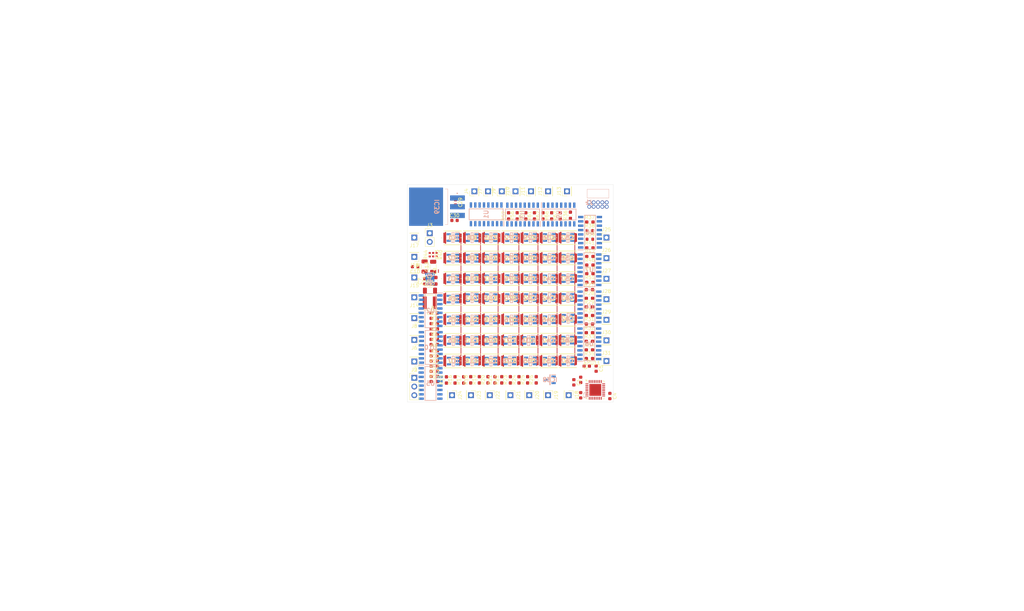
<source format=kicad_pcb>
(kicad_pcb (version 20240108) (generator "pcbnew") (generator_version "8.0")
  (layers (0 "F.Cu" signal) (1 "In1.Cu" signal) (2 "In2.Cu" signal) (31 "B.Cu" signal) (34 "B.Paste" user) (35 "F.Paste" user) (36 "B.SilkS" user "B.Silkscreen") (37 "F.SilkS" user "F.Silkscreen") (38 "B.Mask" user) (39 "F.Mask" user) (44 "Edge.Cuts" user))
  (net 0 "")
  (net 1 "Net-(IC38-~{RESET})")
  (net 2 "GND")
  (net 3 "+3V3")
  (net 4 "+5V")
  (net 5 "Net-(IC40-CAP)")
  (net 6 "Net-(IC40-VAUX)")
  (net 7 "-3V3")
  (net 8 "Net-(IC40-SW)")
  (net 9 "Net-(IC40-CP)")
  (net 10 "Net-(D1-K_1)")
  (net 11 "Net-(D2-K_1)")
  (net 12 "Net-(D3-K_1)")
  (net 13 "Net-(D4-K_1)")
  (net 14 "Net-(D5-K_1)")
  (net 15 "Net-(D6-K_1)")
  (net 16 "Net-(D7-K_1)")
  (net 17 "Net-(D8-K_1)")
  (net 18 "Net-(D9-K_1)")
  (net 19 "Net-(D10-K_1)")
  (net 20 "Net-(D11-K_1)")
  (net 21 "Net-(D12-K_1)")
  (net 22 "Net-(D13-K_1)")
  (net 23 "Net-(D14-K_1)")
  (net 24 "Net-(D15-K_1)")
  (net 25 "Net-(D16-K_1)")
  (net 26 "Net-(D17-K_1)")
  (net 27 "Net-(D18-K_1)")
  (net 28 "Net-(D19-K_1)")
  (net 29 "Net-(D20-K_1)")
  (net 30 "Net-(D21-K_1)")
  (net 31 "Net-(D22-K_1)")
  (net 32 "Net-(D23-K_1)")
  (net 33 "Net-(D24-K_1)")
  (net 34 "Net-(D25-K_1)")
  (net 35 "Net-(D26-K_1)")
  (net 36 "Net-(D27-K_1)")
  (net 37 "Net-(D28-K_1)")
  (net 38 "Net-(D29-K_1)")
  (net 39 "Net-(D30-K_1)")
  (net 40 "Net-(D31-K_1)")
  (net 41 "Net-(D32-K_1)")
  (net 42 "Net-(D33-K_1)")
  (net 43 "Net-(D34-K_1)")
  (net 44 "Net-(D35-K_1)")
  (net 45 "Net-(D36-K_1)")
  (net 46 "Net-(D37-K_1)")
  (net 47 "Net-(D41-K_1)")
  (net 48 "Net-(D42-K_1)")
  (net 49 "Net-(D46-K_1)")
  (net 50 "Net-(D47-K_1)")
  (net 51 "Net-(D51-K_1)")
  (net 52 "Net-(D52-K_1)")
  (net 53 "Net-(D56-K_1)")
  (net 54 "Net-(D57-K_1)")
  (net 55 "Net-(D61-K_1)")
  (net 56 "Net-(D62-K_1)")
  (net 57 "Net-(D66-K_1)")
  (net 58 "Net-(D67-K_1)")
  (net 59 "PD_1_VOUT")
  (net 60 "PD_2_VOUT")
  (net 61 "PD_3_VOUT")
  (net 62 "PD_4_VOUT")
  (net 63 "PD_5_VOUT")
  (net 64 "PD_6_VOUT")
  (net 65 "PD_7_VOUT")
  (net 66 "PD_8_VOUT")
  (net 67 "PD_9_VOUT")
  (net 68 "PD_10_VOUT")
  (net 69 "PD_11_VOUT")
  (net 70 "PD_12_VOUT")
  (net 71 "PD_13_VOUT")
  (net 72 "PD_14_VOUT")
  (net 73 "PD_15_VOUT")
  (net 74 "PD_16_VOUT")
  (net 75 "PD_17_VOUT")
  (net 76 "PD_18_VOUT")
  (net 77 "PD_19_VOUT")
  (net 78 "PD_20_VOUT")
  (net 79 "PD_21_VOUT")
  (net 80 "PD_22_VOUT")
  (net 81 "PD_23_VOUT")
  (net 82 "PD_24_VOUT")
  (net 83 "PD_25_VOUT")
  (net 84 "PD_26_VOUT")
  (net 85 "PD_27_VOUT")
  (net 86 "PD_28_VOUT")
  (net 87 "PD_29_VOUT")
  (net 88 "PD_30_VOUT")
  (net 89 "PD_31_VOUT")
  (net 90 "PD_32_VOUT")
  (net 91 "PD_33_VOUT")
  (net 92 "PD_34_VOUT")
  (net 93 "PD_35_VOUT")
  (net 94 "PD_36_VOUT")
  (net 95 "PD_43_VOUT")
  (net 96 "Net-(IC40-VREF)")
  (net 97 "Net-(IC40-FB)")
  (net 98 "Net-(IC40-PG)")
  (net 99 "PD_37_VOUT")
  (net 100 "PD_44_VOUT")
  (net 101 "PD_38_VOUT")
  (net 102 "PD_45_VOUT")
  (net 103 "PD_39_VOUT")
  (net 104 "PD_46_VOUT")
  (net 105 "PD_40_VOUT")
  (net 106 "PD_47_VOUT")
  (net 107 "PD_41_VOUT")
  (net 108 "PD_48_VOUT")
  (net 109 "PD_42_VOUT")
  (net 110 "PD_49_VOUT")
  (net 112 "SWD_SWCLK")
  (net 114 "SWD_SWDIO")
  (net 116 "SWD_RST")
  (net 119 "UART_RX")
  (net 120 "UART_TX")
  (net 121 "PD_64_VOUT")
  (net 122 "PD_71_VOUT")
  (net 123 "PD_72_VOUT")
  (net 124 "PD_65_VOUT")
  (net 125 "PD_73_VOUT")
  (net 126 "PD_66_VOUT")
  (net 127 "PD_67_VOUT")
  (net 128 "PD_68_VOUT")
  (net 129 "PD_69_VOUT")
  (net 130 "PD_70_VOUT")
  (net 131 "PD_74_VOUT")
  (net 132 "PD_75_VOUT")
  (net 133 "PD_76_VOUT")
  (net 134 "PD_77_VOUT")
  (net 135 "PD_57_VOUT")
  (net 136 "PD_58_VOUT")
  (net 137 "PD_59_VOUT")
  (net 138 "PD_60_VOUT")
  (net 139 "PD_61_VOUT")
  (net 140 "PD_62_VOUT")
  (net 141 "PD_63_VOUT")
  (net 142 "PD_50_VOUT")
  (net 143 "PD_51_VOUT")
  (net 144 "PD_52_VOUT")
  (net 145 "PD_53_VOUT")
  (net 146 "PD_54_VOUT")
  (net 147 "PD_55_VOUT")
  (net 148 "PD_56_VOUT")
  (net 149 "MOSI")
  (net 150 "ADC_B_SS")
  (net 151 "SCK")
  (net 152 "MISO")
  (net 153 "ADC_C_SS")
  (net 154 "ADC_D_SS")
  (net 155 "ADC_E_SS")
  (net 156 "ADC_A_SS")
  (net 157 "ADC_F_SS")
  (net 158 "ADC_G_SS")
  (net 159 "ADC_H_SS")
  (net 160 "ADC_I_SS")
  (net 162 "ADC_J_SS")
  (footprint "SFH_2240_A01:SFH2240A01" (layer "F.Cu") (at 107.748612 73.221568)
    (property "Reference" "D61")
    (property "Value" "SFH_2240_A01" (hide yes))
  )
  (footprint "Resistor_SMD:R_0603_1608Metric_Pad0.98x0.95mm_HandSolder" (layer "F.Cu") (at 105.54 49.175 90)
    (property "Reference" "R67")
    (property "Value" "430K")
  )
  (footprint "SFH_2240_A01:SFH2240A01" (layer "F.Cu") (at 107.732059 79.322645)
    (property "Reference" "D62")
    (property "Value" "SFH_2240_A01" (hide yes))
  )
  (footprint "SFH_2240_A01:SFH2240A01" (layer "F.Cu") (at 96.657375 67.471331)
    (property "Reference" "D31")
    (property "Value" "SFH_2240_A01" (hide yes))
  )
  (footprint "SFH_2240_A01:SFH2240A01" (layer "F.Cu") (at 102.232536 67.45722)
    (property "Reference" "D41")
    (property "Value" "SFH_2240_A01" (hide yes))
  )
  (footprint "Capacitor_SMD:C_0805_2012Metric" (layer "F.Cu") (at 67.55 68.1 90)
    (property "Reference" "C14")
    (property "Value" "22uF")
  )
  (footprint "Resistor_SMD:R_0603_1608Metric_Pad0.98x0.95mm_HandSolder" (layer "F.Cu") (at 91 97 90)
    (property "Reference" "R23")
    (property "Value" "430K")
  )
  (footprint "Connector_PinHeader_2.54mm:PinHeader_1x01_P2.54mm_Vertical" (layer "F.Cu") (at 63 85.35 180)
    (property "Reference" "J6")
    (property "Value" "Conn_01x01")
  )
  (footprint "SFH_2240_A01:SFH2240A01" (layer "F.Cu") (at 96.657375 73.271331)
    (property "Reference" "D32")
    (property "Value" "SFH_2240_A01" (hide yes))
  )
  (footprint "Resistor_SMD:R_0603_1608Metric_Pad0.98x0.95mm_HandSolder" (layer "F.Cu") (at 68.825 91.5)
    (property "Reference" "R10")
    (property "Value" "430K")
  )
  (footprint "SFH_2240_A01:SFH2240A01" (layer "F.Cu") (at 107.732059 85.422645)
    (property "Reference" "D66")
    (property "Value" "SFH_2240_A01" (hide yes))
  )
  (footprint "SFH_2240_A01:SFH2240A01" (layer "F.Cu") (at 79.780991 91.460298)
    (property "Reference" "D14")
    (property "Value" "SFH_2240_A01" (hide yes))
  )
  (footprint "Resistor_SMD:R_0603_1608Metric_Pad0.98x0.95mm_HandSolder" (layer "F.Cu") (at 114.175 66.03)
    (property "Reference" "R47")
    (property "Value" "430K")
  )
  (footprint "Resistor_SMD:R_0603_1608Metric" (layer "F.Cu") (at 114.175 53.48)
    (property "Reference" "R38")
    (property "Value" "33K")
  )
  (footprint "SFH_2240_A01:SFH2240A01" (layer "F.Cu") (at 107.748612 61.421568)
    (property "Reference" "D56")
    (property "Value" "SFH_2240_A01" (hide yes))
  )
  (footprint "Resistor_SMD:R_0603_1608Metric_Pad0.98x0.95mm_HandSolder" (layer "F.Cu") (at 96.02 97 90)
    (property "Reference" "R25")
    (property "Value" "430K")
  )
  (footprint "Connector_PinHeader_2.54mm:PinHeader_1x01_P2.54mm_Vertical" (layer "F.Cu") (at 107.5 42 90)
    (property "Reference" "J13")
    (property "Value" "Conn_01x01")
  )
  (footprint "SFH_2240_A01:SFH2240A01" (layer "F.Cu") (at 102.232536 73.25722)
    (property "Reference" "D42")
    (property "Value" "SFH_2240_A01" (hide yes))
  )
  (footprint "SFH_2240_A01:SFH2240A01" (layer "F.Cu") (at 107.732059 91.422645)
    (property "Reference" "D67")
    (property "Value" "SFH_2240_A01" (hide yes))
  )
  (footprint "Connector_PinHeader_2.54mm:PinHeader_1x01_P2.54mm_Vertical" (layer "F.Cu") (at 102 42 90)
    (property "Reference" "J12")
    (property "Value" "Conn_01x01")
  )
  (footprint "Connector_PinHeader_2.54mm:PinHeader_1x01_P2.54mm_Vertical" (layer "F.Cu") (at 79.5 101.5 -90)
    (property "Reference" "J23")
    (property "Value" "Conn_01x01")
  )
  (footprint "Resistor_SMD:R_0603_1608Metric_Pad0.98x0.95mm_HandSolder" (layer "F.Cu") (at 93.51 97 90)
    (property "Reference" "R24")
    (property "Value" "430K")
  )
  (footprint "Resistor_SMD:R_0603_1608Metric_Pad0.98x0.95mm_HandSolder" (layer "F.Cu") (at 84.46 97 90)
    (property "Reference" "R20")
    (property "Value" "430K")
  )
  (footprint "Resistor_SMD:R_0603_1608Metric_Pad0.98x0.95mm_HandSolder" (layer "F.Cu") (at 68.825 93)
    (property "Reference" "R11")
    (property "Value" "430K")
  )
  (footprint "Resistor_SMD:R_0603_1608Metric_Pad0.98x0.95mm_HandSolder" (layer "F.Cu") (at 95.5 49.175 90)
    (property "Reference" "R57")
    (property "Value" "430K")
  )
  (footprint "Resistor_SMD:R_0603_1608Metric_Pad0.98x0.95mm_HandSolder" (layer "F.Cu") (at 68.825 85.2)
    (property "Reference" "R6")
    (property "Value" "430K")
  )
  (footprint "Resistor_SMD:R_0603_1608Metric_Pad0.98x0.95mm_HandSolder" (layer "F.Cu") (at 74.870935 97.031253 90)
    (property "Reference" "R16")
    (property "Value" "430K")
  )
  (footprint "Capacitor_SMD:C_0603_1608Metric" (layer "F.Cu") (at 116 93.725 -90)
    (property "Reference" "C5")
    (property "Value" "1uF")
  )
  (footprint "SFH_2240_A01:SFH2240A01" (layer "F.Cu") (at 102.162536 85.45722)
    (property "Reference" "D47")
    (property "Value" "SFH_2240_A01" (hide yes))
  )
  (footprint "Resistor_SMD:R_0603_1608Metric_Pad0.98x0.95mm_HandSolder" (layer "F.Cu") (at 114.175 50.97)
    (property "Reference" "R37")
    (property "Value" "430K")
  )
  (footprint "SFH_2240_A01:SFH2240A01" (layer "F.Cu") (at 91.089056 67.456174)
    (property "Reference" "D24")
    (property "Value" "SFH_2240_A01" (hide yes))
  )
  (footprint "SFH_2240_A01:SFH2240A01" (layer "F.Cu") (at 74.145501 73.283161)
    (property "Reference" "D4")
    (property "Value" "SFH_2240_A01" (hide yes))
  )
  (footprint "Connector_PinHeader_2.54mm:PinHeader_1x01_P2.54mm_Vertical" (layer "F.Cu") (at 119 91.5)
    (property "Reference" "J31")
    (property "Value" "Conn_01x01")
  )
  (footprint "SFH_2240_A01:SFH2240A01" (layer "F.Cu") (at 85.4476 73.258416)
    (property "Reference" "D18")
    (property "Value" "SFH_2240_A01" (hide yes))
  )
  (footprint "Resistor_SMD:R_0603_1608Metric_Pad0.98x0.95mm_HandSolder" (layer "F.Cu") (at 68.825 77.5)
    (property "Reference" "R1")
    (property "Value" "430K")
  )
  (footprint "Connector_PinHeader_2.54mm:PinHeader_1x01_P2.54mm_Vertical" (layer "F.Cu") (at 63 55.5 180)
    (property "Reference" "J17")
    (property "Value" "Conn_01x01")
  )
  (footprint "Connector_PinHeader_2.54mm:PinHeader_1x01_P2.54mm_Vertical" (layer "F.Cu") (at 63 91.65 180)
    (property "Reference" "J5")
    (property "Value" "Conn_01x01")
  )
  (footprint "SFH_2240_A01:SFH2240A01" (layer "F.Cu") (at 85.4476 55.558416)
    (property "Reference" "D15")
    (property "Value" "SFH_2240_A01" (hide yes))
  )
  (footprint "Resistor_SMD:R_0603_1608Metric_Pad0.98x0.95mm_HandSolder" (layer "F.Cu") (at 114.048349 70.699123)
    (property "Reference" "R27")
    (property "Value" "430K")
  )
  (footprint "Connector_PinHeader_2.54mm:PinHeader_1x03_P2.54mm_Vertical" (layer "F.Cu") (at 63 96.42)
    (property "Reference" "J2")
    (property "Value" "Conn_01x03")
  )
  (footprint "Resistor_SMD:R_0603_1608Metric_Pad0.98x0.95mm_HandSolder" (layer "F.Cu") (at 68.825 82.15)
    (property "Reference" "R4")
    (property "Value" "430K")
  )
  (footprint "Resistor_SMD:R_0603_1608Metric_Pad0.98x0.95mm_HandSolder" (layer "F.Cu") (at 68.825 88.5)
    (property "Reference" "R8")
    (property "Value" "430K")
  )
  (footprint "SFH_2240_A01:SFH2240A01" (layer "F.Cu") (at 91.089056 73.256174)
    (property "Reference" "D25")
    (property "Value" "SFH_2240_A01" (hide yes))
  )
  (footprint "Resistor_SMD:R_0603_1608Metric_Pad0.98x0.95mm_HandSolder" (layer "F.Cu") (at 77.380935 97.031253 90)
    (property "Reference" "R17")
    (property "Value" "430K")
  )
  (footprint "Resistor_SMD:R_0603_1608Metric_Pad0.98x0.95mm_HandSolder" (layer "F.Cu") (at 114.175 61.01)
    (property "Reference" "R42")
    (property "Value" "430K")
  )
  (footprint "Connector_PinHeader_2.54mm:PinHeader_1x01_P2.54mm_Vertical" (layer "F.Cu") (at 84.5 42 90)
    (property "Reference" "J7")
    (property "Value" "Conn_01x01")
  )
  (footprint "Resistor_SMD:R_0603_1608Metric_Pad0.98x0.95mm_HandSolder" (layer "F.Cu") (at 114.048349 83.249123)
    (property "Reference" "R32")
    (property "Value" "430K")
  )
  (footprint "Resistor_SMD:R_0603_1608Metric_Pad0.98x0.95mm_HandSolder" (layer "F.Cu") (at 86.5 97 90)
    (property "Reference" "R21")
    (property "Value" "430K")
  )
  (footprint "Connector_PinHeader_2.54mm:PinHeader_1x01_P2.54mm_Vertical" (layer "F.Cu") (at 91 101.5 -90)
    (property "Reference" "J21")
    (property "Value" "Conn_01x01")
  )
  (footprint "SFH_2240_A01:SFH2240A01" (layer "F.Cu") (at 96.657375 61.471331)
    (property "Reference" "D30")
    (property "Value" "SFH_2240_A01" (hide yes))
  )
  (footprint "SFH_2240_A01:SFH2240A01" (layer "F.Cu") (at 85.4476 61.458416)
    (property "Reference" "D16")
    (property "Value" "SFH_2240_A01" (hide yes))
  )
  (footprint "SFH_2240_A01:SFH2240A01" (layer "F.Cu") (at 79.780991 85.460298)
    (property "Reference" "D13")
    (property "Value" "SFH_2240_A01" (hide yes))
  )
  (footprint "SFH_2240_A01:SFH2240A01" (layer "F.Cu") (at 85.3776 85.458416)
    (property "Reference" "D20")
    (property "Value" "SFH_2240_A01" (hide yes))
  )
  (footprint "Resistor_SMD:R_0603_1608Metric_Pad0.98x0.95mm_HandSolder" (layer "F.Cu") (at 68.825 83.68)
    (property "Reference" "R5")
    (property "Value" "430K")
  )
  (footprint "Resistor_SMD:R_0603_1608Metric_Pad0.98x0.95mm_HandSolder" (layer "F.Cu") (at 108.5 49 90)
    (property "Reference" "R36")
    (property "Value" "430K")
  )
  (footprint "Connector_PinHeader_2.54mm:PinHeader_1x01_P2.54mm_Vertical" (layer "F.Cu") (at 102 101.5 -90)
    (property "Reference" "J19")
    (property "Value" "Conn_01x01")
  )
  (footprint "Resistor_SMD:R_0603_1608Metric_Pad0.98x0.95mm_HandSolder" (layer "F.Cu") (at 100.52 49.175 90)
    (property "Reference" "R62")
    (property "Value" "430K")
  )
  (footprint "Resistor_SMD:R_0603_1608Metric_Pad0.98x0.95mm_HandSolder" (layer "F.Cu") (at 68.825 80.61)
    (property "Reference" "R3")
    (property "Value" "430K")
  )
  (footprint "SFH_2240_A01:SFH2240A01" (layer "F.Cu") (at 79.850991 55.560298)
    (property "Reference" "D8")
    (property "Value" "SFH_2240_A01" (hide yes))
  )
  (footprint "Connector_PinHeader_2.54mm:PinHeader_1x01_P2.54mm_Vertical" (layer "F.Cu") (at 74 101.5 -90)
    (property "Reference" "J24")
    (property "Value" "Conn_01x01")
  )
  (footprint "SFH_2240_A01:SFH2240A01" (layer "F.Cu") (at 74.145739 85.48374)
    (property "Reference" "D6")
    (property "Value" "SFH_2240_A01" (hide yes))
  )
  (footprint "Connector_PinHeader_2.54mm:PinHeader_1x01_P2.54mm_Vertical" (layer "F.Cu") (at 119 85.5)
    (property "Reference" "J30")
    (property "Value" "Conn_01x01")
  )
  (footprint "Inductor_SMD:L_Vishay_IFSC-1515AH_4x4x1.8mm" (layer "F.Cu") (at 67.5 74.5 180)
    (property "Reference" "L1")
    (property "Value" "4.7uH")
  )
  (footprint "Package_DFN_QFN:QFN-32-1EP_5x5mm_P0.5mm_EP3.45x3.45mm" (layer "F.Cu") (at 115.75 99.9375)
    (property "Reference" "U11")
    (property "Value" "STM32L052K8Ux")
  )
  (footprint "Connector_PinHeader_2.54mm:PinHeader_1x01_P2.54mm_Vertical" (layer "F.Cu") (at 119 73.5)
    (property "Reference" "J28")
    (property "Value" "Conn_01x01")
  )
  (footprint "Connector_PinHeader_2.54mm:PinHeader_1x01_P2.54mm_Vertical" (layer "F.Cu") (at 63 67.15 180)
    (property "Reference" "J15")
    (property "Value" "Conn_01x01")
  )
  (footprint "Resistor_SMD:R_0603_1608Metric" (layer "F.Cu") (at 114.175 55.99)
    (property "Reference" "R39")
    (property "Value" "1K")
  )
  (footprint "SFH_2240_A01:SFH2240A01" (layer "F.Cu") (at 91.019056 85.456174)
    (property "Reference" "D27")
    (property "Value" "SFH_2240_A01" (hide yes))
  )
  (footprint "SFH_2240_A01:SFH2240A01" (layer "F.Cu") (at 79.850991 73.260298)
    (property "Reference" "D11")
    (property "Value" "SFH_2240_A01" (hide yes))
  )
  (footprint "Capacitor_SMD:C_0603_1608Metric" (layer "F.Cu") (at 120 101.725 -90)
    (property "Reference" "C4")
    (property "Value" "100nF")
  )
  (footprint "SFH_2240_A01:SFH2240A01" (layer "F.Cu") (at 91.089056 61.456174)
    (property "Reference" "D23")
    (property "Value" "SFH_2240_A01" (hide yes))
  )
  (footprint "Resistor_SMD:R_0603_1608Metric_Pad0.98x0.95mm_HandSolder" (layer "F.Cu") (at 68.825 86.71)
    (property "Reference" "R7")
    (property "Value" "430K")
  )
  (footprint "Resistor_SMD:R_0603_1608Metric_Pad0.98x0.95mm_HandSolder" (layer "F.Cu") (at 103.03 49.175 90)
    (property "Reference" "R66")
    (property "Value" "430K")
  )
  (footprint "SFH_2240_A01:SFH2240A01" (layer "F.Cu") (at 102.232536 61.45722)
    (property "Reference" "D37")
    (property "Value" "SFH_2240_A01" (hide yes))
  )
  (footprint "Capacitor_SMD:C_0603_1608Metric" (layer "F.Cu") (at 75 45.225 -90)
    (property "Reference" "C29")
    (property "Value" "4.7uF")
  )
  (footprint "Connector_PinHeader_2.54mm:PinHeader_1x01_P2.54mm_Vertical" (layer "F.Cu") (at 97 42 90)
    (property "Reference" "J11")
    (property "Value" "Conn_01x01")
  )
  (footprint "Resistor_SMD:R_0603_1608Metric_Pad0.98x0.95mm_HandSolder" (layer "F.Cu") (at 79.44 97 90)
    (property "Reference" "R18")
    (property "Value" "430K")
  )
  (footprint "Resistor_SMD:R_0603_1608Metric_Pad0.98x0.95mm_HandSolder" (layer "F.Cu") (at 90.48 49.175 90)
    (property "Reference" "R52")
    (property "Value" "430K")
  )
  (footprint "Capacitor_SMD:C_0603_1608Metric" (layer "F.Cu") (at 63.225 64 180)
    (property "Reference" "C10")
    (property "Value" "1uF")
  )
  (footprint "SFH_2240_A01:SFH2240A01" (layer "F.Cu") (at 79.850991 61.460298)
    (property "Reference" "D9")
    (property "Value" "SFH_2240_A01" (hide yes))
  )
  (footprint "Resistor_SMD:R_0603_1608Metric_Pad0.98x0.95mm_HandSolder" (layer "F.Cu") (at 114.048349 90.779123)
    (property "Reference" "R35")
    (property "Value" "430K")
  )
  (footprint "Connector_PinHeader_2.54mm:PinHeader_1x02_P2.54mm_Vertical" (layer "F.Cu") (at 67.5 54.225)
    (property "Reference" "J3")
    (property "Value" "Conn_01x02")
  )
  (footprint "Connector_PinHeader_2.54mm:PinHeader_1x01_P2.54mm_Vertical" (layer "F.Cu") (at 63 79 180)
    (property "Reference" "J8")
    (property "Value" "Conn_01x01")
  )
  (footprint "Connector_PinHeader_2.54mm:PinHeader_1x01_P2.54mm_Vertical" (layer "F.Cu") (at 96.5 101.5 -90)
    (property "Reference" "J20")
    (property "Value" "Conn_01x01")
  )
  (footprint "Connector_PinHeader_2.54mm:PinHeader_1x01_P2.54mm_Vertical" (layer "F.Cu") (at 108 101.5 -90)
    (property "Reference" "J18")
    (property "Value" "Conn_01x01")
  )
  (footprint "Connector_PinHeader_2.54mm:PinHeader_1x01_P2.54mm_Vertical" (layer "F.Cu") (at 92.5 42 90)
    (property "Reference" "J10")
    (property "Value" "Conn_01x01")
  )
  (footprint "Connector_PinHeader_2.54mm:PinHeader_1x01_P2.54mm_Vertical" (layer "F.Cu") (at 119 55.5)
    (property "Reference" "J25")
    (property "Value" "Conn_01x01")
  )
  (footprint "SFH_2240_A01:SFH2240A01" (layer "F.Cu") (at 96.587375 79.371331)
    (property "Reference" "D33")
    (property "Value" "SFH_2240_A01" (hide yes))
  )
  (footprint "Resistor_SMD:R_0603_1608Metric_Pad0.98x0.95mm_HandSolder" (layer "F.Cu") (at 68.825 90)
    (property "Reference" "R9")
    (property "Value" "430K")
  )
  (footprint "Connector_PinHeader_2.54mm:PinHeader_1x01_P2.54mm_Vertical" (layer "F.Cu") (at 63 72.95 180)
    (property "Reference" "J14")
    (property "Value" "Conn_01x01")
  )
  (footprint "Capacitor_SMD:C_0603_1608Metric" (layer "F.Cu") (at 111.5 97 -90)
    (property "Reference" "C2")
    (property "Value" "100nF")
  )
  (footprint "SFH_2240_A01:SFH2240A01" (layer "F.Cu") (at 74.145739 91.48374)
    (property "Reference" "D7")
    (property "Value" "SFH_2240_A01" (hide yes))
  )
  (footprint "Resistor_SMD:R_0603_1608Metric_Pad0.98x0.95mm_HandSolder" (layer "F.Cu") (at 68.825 79.06)
    (property "Reference" "R2")
    (property "Value" "430K")
  )
  (footprint "SFH_2240_A01:SFH2240A01" (layer "F.Cu") (at 79.780991 79.360298)
    (property "Reference" "D12")
    (property "Value" "SFH_2240_A01" (hide yes))
  )
  (footprint "Resistor_SMD:R_0603_1608Metric_Pad0.98x0.95mm_HandSolder" (layer "F.Cu") (at 114.048349 75.719123)
    (property "Reference" "R29")
    (property "Value" "430K")
  )
  (footprint "Resistor_SMD:R_0402_1005Metric" (layer "F.Cu") (at 69.5 60.5 -90)
    (property "Reference" "R40")
    (property "Value" "100K")
  )
  (footprint "SFH_2240_A01:SFH2240A01" (layer "F.Cu") (at 102.162536 91.45722)
    (property "Reference" "D51")
    (property "Value" "SFH_2240_A01" (hide yes))
  )
  (footprint "Resistor_SMD:R_0603_1608Metric_Pad0.98x0.95mm_HandSolder" (layer "F.Cu") (at 98.01 49.175 90)
    (property "Reference" "R61")
    (property "Value" "430K")
  )
  (footprint "SFH_2240_A01:SFH2240A01" (layer "F.Cu") (at 85.4476 67.458416)
    (property "Reference" "D17")
    (property "Value" "SFH_2240_A01" (hide yes))
  )
  (footprint "Capacitor_SMD:C_1206_3216Metric" (layer "F.Cu") (at 66 63.95 90)
    (property "Reference" "C8")
    (property "Value" "10uF")
  )
  (footprint "Connector_PinHeader_2.54mm:PinHeader_1x01_P2.54mm_Vertical" (layer "F.Cu") (at 119 79.5)
    (property "Reference" "J29")
    (property "Value" "Conn_01x01")
  )
  (footprint "Capacitor_SMD:C_1206_3216Metric" (layer "F.Cu") (at 67.565 71)
    (property "Reference" "C12")
    (property "Value" "10uF")
  )
  (footprint "Connector_PinHeader_2.54mm:PinHeader_1x01_P2.54mm_Vertical" (layer "F.Cu") (at 119 67.5)
    (property "Reference" "J27")
    (property "Value" "Conn_01x01")
  )
  (footprint "SFH_2240_A01:SFH2240A01" (layer "F.Cu") (at 107.748612 67.421568)
    (property "Reference" "D57")
    (property "Value" "SFH_2240_A01" (hide yes))
  )
  (footprint "Resistor_SMD:R_0603_1608Metric_Pad0.98x0.95mm_HandSolder" (layer "F.Cu") (at 81.95 97 90)
    (property "Reference" "R19")
    (property "Value" "430K")
  )
  (footprint "SFH_2240_A01:SFH2240A01" (layer "F.Cu") (at 85.3776 79.358416)
    (property "Reference" "D19")
    (property "Value" "SFH_2240_A01" (hide yes))
  )
  (footprint "Connector_PinHeader_2.54mm:PinHeader_1x01_P2.54mm_Vertical" (layer "F.Cu") (at 80.5 42 90)
    (property "Reference" "J4")
    (property "Value" "Conn_01x01")
  )
  (footprint "SFH_2240_A01:SFH2240A01" (layer "F.Cu") (at 85.3776 91.458416)
    (property "Reference" "D21")
    (property "Value" "SFH_2240_A01" (hide yes))
  )
  (footprint "SFH_2240_A01:SFH2240A01" (layer "F.Cu") (at 102.232536 55.55722)
    (property "Reference" "D36")
    (property "Value" "SFH_2240_A01" (hide yes))
  )
  (footprint "Resistor_SMD:R_0603_1608Metric_Pad0.98x0.95mm_HandSolder" (layer "F.Cu") (at 72.360935 97.031253 90)
    (property "Reference" "R15")
    (property "Value" "430K")
  )
  (footprint "SFH_2240_A01:SFH2240A01" (layer "F.Cu") (at 91.019056 79.356174)
    (property "Reference" "D26")
    (property "Value" "SFH_2240_A01" (hide yes))
  )
  (footprint "SFH_2240_A01:SFH2240A01" (layer "F.Cu") (at 96.657375 55.571331)
    (property "Reference" "D29")
    (property "Value" "SFH_2240_A01" (hide yes))
  )
  (footprint "Capacitor_SMD:C_0603_1608Metric" (layer "F.Cu") (at 109.5 97.725 -90)
    (property "Reference" "C1")
    (property "Value" "1nF")
  )
  (footprint "Resistor_SMD:R_0603_1608Metric_Pad0.98x0.95mm_HandSolder" (layer "F.Cu") (at 114.175 68.54)
    (property "Reference" "R51")
    (property "Value" "430K")
  )
  (footprint "Capacitor_SMD:C_0603_1608Metric" (layer "F.Cu") (at 66.05 68.275 90)
    (property "Reference" "C7")
    (property "Value" "1uF")
  )
  (footprint "Resistor_SMD:R_0603_1608Metric_Pad0.98x0.95mm_HandSolder" (layer "F.Cu") (at 88.49 97 90)
    (property "Reference" "R22")
    (property "Value" "430K")
  )
  (footprint "SFH_2240_A01:SFH2240A01" (layer "F.Cu") (at 74.145501 55.583161)
    (property "Reference" "D1")
    (property "Value" "SFH_2240_A01" (hide yes))
  )
  (footprint "Resistor_SMD:R_0603_1608Metric_Pad0.98x0.95mm_HandSolder" (layer "F.Cu") (at 68.825 96)
    (property "Reference" "R13")
    (property "Value" "430K")
  )
  (footprint "Capacitor_SMD:C_0603_1608Metric" (layer "F.Cu") (at 111.5 101.5 -90)
    (property "Reference" "C3")
    (property "Value" "100nF")
  )
  (footprint "Resistor_SMD:R_0603_1608Metric_Pad0.98x0.95mm_HandSolder" (layer "F.Cu") (at 68.825 97.5)
    (property "Reference" "R14")
    (property "Value" "430K")
  )
  (footprint "Resistor_SMD:R_0402_1005Metric" (layer "F.Cu") (at 68.5 60.49 -90)
    (property "Reference" "R43")
    (property "Value" "422K")
  )
  (footprint "Resistor_SMD:R_0603_1608Metric_Pad0.98x0.95mm_HandSolder" (layer "F.Cu") (at 114.175 63.52)
    (property "Reference" "R46")
    (property "Value" "430K")
  )
  (footprint "Resistor_SMD:R_0603_1608Metric_Pad0.98x0.95mm_HandSolder" (layer "F.Cu") (at 114.048349 85.759123)
    (property "Reference" "R33")
    (property "Value" "430K")
  )
  (footprint "Capacitor_SMD:C_0603_1608Metric" (layer "F.Cu") (at 113.275 93)
    (property "Reference" "C6")
    (property "Value" "4.7uF")
  )
  (footprint "Capacitor_SMD:C_0805_2012Metric" (layer "F.Cu") (at 69.05 68.1 90)
    (property "Reference" "C11")
    (property "Value" "22uF")
  )
  (footprint "SFH_2240_A01:SFH2240A01" (layer "F.Cu") (at 74.145501 67.483161)
    (property "Reference" "D3")
    (property "Value" "SFH_2240_A01" (hide yes))
  )
  (footprint "Connector_PinHeader_2.54mm:PinHeader_1x01_P2.54mm_Vertical" (layer "F.Cu") (at 85 101.5 -90)
    (property "Reference" "J22")
    (property "Value" "Conn_01x01")
  )
  (footprint "Resistor_SMD:R_0603_1608Metric_Pad0.98x0.95mm_HandSolder" (layer "F.Cu") (at 114.048349 80.739123)
    (property "Reference" "R31")
    (property "Value" "430K")
  )
  (footprint "Resistor_SMD:R_0603_1608Metric_Pad0.98x0.95mm_HandSolder" (layer "F.Cu") (at 114.175 58.5)
    (property "Reference" "R41")
    (property "Value" "430K")
  )
  (footprint "SFH_2240_A01:SFH2240A01" (layer "F.Cu") (at 107.748612 55.521568)
    (property "Reference" "D52")
    (property "Value" "SFH_2240_A01" (hide yes))
  )
  (footprint "Resistor_SMD:R_0603_1608Metric_Pad0.98x0.95mm_HandSolder" (layer "F.Cu") (at 114.048349 78.229123)
    (property "Reference" "R30")
    (property "Value" "430K")
  )
  (footprint "Resistor_SMD:R_0603_1608Metric_Pad0.98x0.95mm_HandSolder" (layer "F.Cu") (at 68.825 94.5)
    (property "Reference" "R12")
    (property "Value" "430K")
  )
  (footprint "SFH_2240_A01:SFH2240A01" (layer "F.Cu") (at 79.850991 67.460298)
    (property "Reference" "D10")
    (property "Value" "SFH_2240_A01" (hide yes))
  )
  (footprint "Resistor_SMD:R_0603_1608Metric_Pad0.98x0.95mm_HandSolder" (layer "F.Cu") (at 98.53 97 90)
    (property "Reference" "R26")
    (property "Value" "430K")
  )
  (footprint "Capacitor_SMD:C_0603_1608Metric" (layer "F.Cu") (at 74.725 50.5)
    (property "Reference" "C30")
    (property "Value" "10uF")
  )
  (footprint "Resistor_SMD:R_0603_1608Metric_Pad0.98x0.95mm_HandSolder" (layer "F.Cu") (at 114.048349 73.209123)
    (property "Reference" "R28")
    (property "Value" "430K")
  )
  (footprint "Capacitor_SMD:C_1206_3216Metric" (layer "F.Cu") (at 68.5 64.025 90)
    (property "Reference" "C13")
    (property "Value" "10uF")
  )
  (footprint "Resistor_SMD:R_0603_1608Metric_Pad0.98x0.95mm_HandSolder" (layer "F.Cu") (at 114.048349 88.269123)
    (property "Reference" "R34")
    (property "Value" "430K")
  )
  (footprint "SFH_2240_A01:SFH2240A01" (layer "F.Cu") (at 91.019056 91.456174)
    (property "Reference" "D28")
    (property "Value" "SFH_2240_A01" (hide yes))
  )
  (footprint "SFH_2240_A01:SFH2240A01" (layer "F.Cu") (at 91.089056 55.556174)
    (property "Reference" "D22")
    (property "Value" "SFH_2240_A01" (hide yes))
  )
  (footprint "Resistor_SMD:R_0603_1608Metric_Pad0.98x0.95mm_HandSolder" (layer "F.Cu") (at 92.99 49.175 90)
    (property "Reference" "R56")
    (property "Value" "430K")
  )
  (footprint "SFH_2240_A01:SFH2240A01" (layer "F.Cu") (at 96.587375 85.471331)
    (property "Reference" "D34")
    (property "Value" "SFH_2240_A01" (hide yes))
  )
  (footprint "Connector_PinHeader_2.54mm:PinHeader_1x01_P2.54mm_Vertical" (layer "F.Cu") (at 88.5 42 90)
    (property "Reference" "J9")
    (property "Value" "Conn_01x01")
  )
  (footprint "Capacitor_SMD:C_01005_0402Metric" (layer "F.Cu") (at 70.025 65.275 90)
    (property "Reference" "C9")
    (property "Value" "15nF")
  )
  (footprint "SFH_2240_A01:SFH2240A01" (layer "F.Cu") (at 96.587375 91.471331)
    (property "Reference" "D35")
    (property "Value" "SFH_2240_A01" (hide yes))
  )
  (footprint "Connector_PinHeader_2.54mm:PinHeader_1x01_P2.54mm_Vertical" (layer "F.Cu") (at 63 61.15 180)
    (property "Reference" "J16")
    (property "Value" "Conn_01x01")
  )
  (footprint "SFH_2240_A01:SFH2240A01" (layer "F.Cu") (at 102.162536 79.35722)
    (property "Reference" "D46")
    (property "Value" "SFH_2240_A01" (hide yes))
  )
  (footprint "SFH_2240_A01:SFH2240A01" (layer "F.Cu") (at 74.145501 61.483161)
    (property "Reference" "D2")
    (property "Value" "SFH_2240_A01" (hide yes))
  )
  (footprint "Connector_PinHeader_2.54mm:PinHeader_1x01_P2.54mm_Vertical" (layer "F.Cu") (at 119 61.5)
    (property "Reference" "J26")
    (property "Value" "Conn_01x01")
  )
  (footprint "Resistor_SMD:R_0402_1005Metric" (layer "F.Cu") (at 67.5 60.51 90)
    (property "Reference" "R44")
    (property "Value" "130K")
  )
  (footprint "SFH_2240_A01:SFH2240A01" (layer "F.Cu") (at 74.145739 79.38374)
    (property "Reference" "D5")
    (property "Value" "SFH_2240_A01" (hide yes))
  )
  (footprint "SN74LVC1G38DBVRE4:SOT95P280X145-5N" (layer "B.Cu") (at 107.732059 85.422645 180)
    (property "Reference" "IC66")
    (property "Value" "TSZ181HYLT" (hide yes))
  )
  (footprint "SN74LVC1G38DBVRE4:SOT95P280X145-5N" (layer "B.Cu") (at 74.275501 67.533161 180)
    (property "Reference" "IC3")
    (property "Value" "TSZ181HYLT" (hide yes))
  )
  (footprint "SN74LVC1G38DBVRE4:SOT95P280X145-5N" (layer "B.Cu") (at 102.345739 67.53374 180)
    (property "Reference" "IC41")
    (property "Value" "TSZ181HYLT" (hide yes))
  )
  (footprint "SN74LVC1G38DBVRE4:SOT95P280X145-5N" (layer "B.Cu") (at 79.845739 91.48374 180)
    (property "Reference" "IC14")
    (property "Value" "TSZ181HYLT" (hide yes))
  )
  (footprint "SN74LVC1G38DBVRE4:SOT95P280X145-5N" (layer "B.Cu") (at 74.275501 73.433161 180)
    (property "Reference" "IC4")
    (property "Value" "TSZ181HYLT" (hide yes))
  )
  (footprint "74HC4050D,653:SOIC127P600X175-16N" (layer "B.Cu") (at 114.225 53.945)
    (property "Reference" "U6")
    (property "Value" "MCP3008" (hide yes))
  )
  (footprint "74HC4050D,653:SOIC127P600X175-16N" (layer "B.Cu") (at 114.010003 86.498037)
    (property "Reference" "U8")
    (property "Value" "MCP3008" (hide yes))
  )
  (footprint "SN74LVC1G38DBVRE4:SOT95P280X145-5N" (layer "B.Cu") (at 102.345739 73.03374 180)
    (property "Reference" "IC42")
    (property "Value" "TSZ181HYLT" (hide yes))
  )
  (footprint "SN74LVC1G38DBVRE4:SOT95P280X145-5N" (layer "B.Cu") (at 90.845739 85.53374 180)
    (property "Reference" "IC27")
    (property "Value" "TSZ181HYLT" (hide yes))
  )
  (footprint "SN74LVC1G38DBVRE4:SOT95P280X145-5N" (layer "B.Cu") (at 85.345739 67.53374 180)
    (property "Reference" "IC17")
    (property "Value" "TSZ181HYLT" (hide yes))
  )
  (footprint "SN74LVC1G38DBVRE4:SOT95P280X145-5N" (layer "B.Cu") (at 91.345739 79.53374 180)
    (property "Reference" "IC26")
    (property "Value" "TSZ181HYLT" (hide yes))
  )
  (footprint "74HC4050D,653:SOIC127P600X175-16N" (layer "B.Cu") (at 114.04632 64.89)
    (property "Reference" "U7")
    (property "Value" "MCP3008" (hide yes))
  )
  (footprint "74HC4050D,653:SOIC127P600X175-16N" (layer "B.Cu") (at 67.725 98.055 180)
    (property "Reference" "U5")
    (property "Value" "MCP3008" (hide yes))
  )
  (footprint "SN74LVC1G38DBVRE4:SOT95P280X145-5N" (layer "B.Cu") (at 79.845739 61.53374 180)
    (property "Reference" "IC9")
    (property "Value" "TSZ181HYLT" (hide yes))
  )
  (footprint "SN74LVC1G38DBVRE4:SOT95P280X145-5N" (layer "B.Cu") (at 107.792292 61.532663 180)
    (property "Reference" "IC56")
    (property "Value" "TSZ181HYLT" (hide yes))
  )
  (footprint "SN74LVC1G38DBVRE4:SOT95P280X145-5N" (layer "B.Cu") (at 79.845739 55.53374 180)
    (property "Reference" "IC8")
    (property "Value" "TSZ181HYLT" (hide yes))
  )
  (footprint "SN74LVC1G38DBVRE4:SOT95P280X145-5N" (layer "B.Cu") (at 107.792292 72.982663 180)
    (property "Reference" "IC61")
    (property "Value" "TSZ181HYLT" (hide yes))
  )
  (footprint "SN74LVC1G38DBVRE4:SOT95P280X145-5N" (layer "B.Cu") (at 96.845739 61.48374 180)
    (property "Reference" "IC30")
    (property "Value" "TSZ181HYLT" (hide yes))
  )
  (footprint "SN74LVC1G38DBVRE4:SOT95P280X145-5N" (layer "B.Cu") (at 107.845739 91.48374 180)
    (property "Reference" "IC67")
    (property "Value" "TSZ181HYLT" (hide yes))
  )
  (footprint "TPS63710DRRR:SON50P300X300X80-13N-D" (layer "B.Cu") (at 67.55 67.55 -90)
    (property "Reference" "IC40")
    (property "Value" "TPS63710DRRR" (hide yes))
  )
  (footprint "74HC4050D,653:SOIC127P600X175-16N" (layer "B.Cu") (at 67.725 76.825 180)
    (property "Reference" "U2")
    (property "Value" "MCP3008" (hide yes))
  )
  (footprint "FTSH-105-01-F-D-RA-K:FTSH-105-XX-YYY-D-RA-K" (layer "B.Cu") (at 114 45.23)
    (property "Reference" "J1")
    (property "Value" "FTSH-105-01-F-D-RA-K" (hide yes))
  )
  (footprint "SN74LVC1G38DBVRE4:SOT95P280X145-5N" (layer "B.Cu") (at 96.845739 79.53374 180)
    (property "Reference" "IC33")
    (property "Value" "TSZ181HYLT" (hide yes))
  )
  (footprint "SN74LVC1G38DBVRE4:SOT95P280X145-5N" (layer "B.Cu") (at 91.345739 67.48374 180)
    (property "Reference" "IC24")
    (property "Value" "TSZ181HYLT" (hide yes))
  )
  (footprint "MIC29300-3.3WU:MIC2930033WU" (layer "B.Cu") (at 71.001762 46.499421 -90)
    (property "Reference" "IC39")
    (property "Value" "MIC29300-3.3WU" (hide yes))
  )
  (footprint "SN74LVC1G38DBVRE4:SOT95P280X145-5N" (layer "B.Cu") (at 96.845739 73.03374 180)
    (property "Reference" "IC32")
    (property "Value" "TSZ181HYLT" (hide yes))
  )
  (footprint "SN74LVC1G38DBVRE4:SOT95P280X145-5N" (layer "B.Cu") (at 102.345739 79.48374 180)
    (property "Reference" "IC46")
    (property "Value" "TSZ181HYLT" (hide yes))
  )
  (footprint "74HC4050D,653:SOIC127P600X175-16N" (layer "B.Cu") (at 105.175 48.775 -90)
    (property "Reference" "U9")
    (property "Value" "MCP3008" (hide yes))
  )
  (footprint "SN74LVC1G38DBVRE4:SOT95P280X145-5N" (layer "B.Cu") (at 85.345739 73.03374 180)
    (property "Reference" "IC18")
    (property "Value" "TSZ181HYLT" (hide yes))
  )
  (footprint "SN74LVC1G38DBVRE4:SOT95P280X145-5N" (layer "B.Cu") (at 91.345739 55.53374 180)
    (property "Reference" "IC22")
    (property "Value" "TSZ181HYLT" (hide yes))
  )
  (footprint "SN74LVC1G38DBVRE4:SOT95P280X145-5N" (layer "B.Cu") (at 74.345739 79.53374 180)
    (property "Reference" "IC5")
    (property "Value" "TSZ181HYLT" (hide yes))
  )
  (footprint "SN74LVC1G38DBVRE4:SOT95P280X145-5N" (layer "B.Cu") (at 85.345739 79.53374 180)
    (property "Reference" "IC19")
    (property "Value" "TSZ181HYLT" (hide yes))
  )
  (footprint "SN74LVC1G38DBVRE4:SOT95P280X145-5N" (layer "B.Cu") (at 85.345739 55.53374 180)
    (property "Reference" "IC15")
    (property "Value" "TSZ181HYLT" (hide yes))
  )
  (footprint "SN74LVC1G38DBVRE4:SOT95P280X145-5N" (layer "B.Cu") (at 85.345739 85.53374 180)
    (property "Reference" "IC20")
    (property "Value" "TSZ181HYLT" (hide yes))
  )
  (footprint "74HC4050D,653:SOIC127P600X175-16N" (layer "B.Cu") (at 114.048349 75.719123)
    (property "Reference" "U4")
    (property "Value" "MCP3008" (hide yes))
  )
  (footprint "74HC4050D,653:SOIC127P600X175-16N" (layer "B.Cu") (at 67.775 87.555)
    (property "Reference" "U10")
    (property "Value" "MCP3008" (hide yes))
  )
  (footprint "SN74LVC1G38DBVRE4:SOT95P280X145-5N" (layer "B.Cu") (at 96.845739 91.48374 180)
    (property "Reference" "IC35")
    (property "Value" "TSZ181HYLT" (hide yes))
  )
  (footprint "SN74LVC1G38DBVRE4:SOT95P280X145-5N" (layer "B.Cu") (at 74.275501 55.483161 180)
    (property "Reference" "IC1")
    (property "Value" "TSZ181HYLT" (hide yes))
  )
  (footprint "SN74LVC1G38DBVRE4:SOT95P280X145-5N" (layer "B.Cu") (at 96.845739 55.48374 180)
    (property "Reference" "IC29")
    (property "Value" "TSZ181HYLT" (hide yes))
  )
  (footprint "SN74LVC1G38DBVRE4:SOT95P280X145-5N" (layer "B.Cu") (at 107.792292 55.482663 180)
    (property "Reference" "IC52")
    (property "Value" "TSZ181HYLT" (hide yes))
  )
  (footprint "SN74LVC1G38DBVRE4:SOT95P280X145-5N" (layer "B.Cu") (at 74.345739 85.53374 180)
    (property "Reference" "IC6")
    (property "Value" "TSZ181HYLT" (hide yes))
  )
  (footprint "SN74LVC1G38DBVRE4:SOT95P280X145-5N" (layer "B.Cu") (at 107.845739 79.03374 180)
    (property "Reference" "IC62")
    (property "Value" "TSZ181HYLT" (hide yes))
  )
  (footprint "SN74LVC1G38DBVRE4:SOT95P280X145-5N" (layer "B.Cu") (at 79.845739 79.53374 180)
    (property "Reference" "IC12")
    (property "Value" "TSZ181HYLT" (hide yes))
  )
  (footprint "SN74LVC1G38DBVRE4:SOT95P280X145-5N" (layer "B.Cu") (at 91.345739 61.53374 180)
    (property "Reference" "IC23")
    (property "Value" "TSZ181HYLT" (hide yes))
  )
  (footprint "SN74LVC1G38DBVRE4:SOT95P280X145-5N" (layer "B.Cu") (at 107.792292 67.482663 180)
    (property "Reference" "IC57")
    (property "Value" "TSZ181HYLT" (hide yes))
  )
  (footprint "SN74LVC1G38DBVRE4:SOT95P280X145-5N" (layer "B.Cu") (at 102.345739 55.48374 180)
    (property "Reference" "IC36")
    (property "Value" "TSZ181HYLT" (hide yes))
  )
  (footprint "SN74LVC1G38DBVRE4:SOT95P280X145-5N" (layer "B.Cu") (at 91.345739 73.03374 180)
    (property "Reference" "IC25")
    (property "Value" "TSZ181HYLT" (hide yes))
  )
  (footprint "SN74LVC1G38DBVRE4:SOT95P280X145-5N" (layer "B.Cu") (at 96.345739 85.53374 180)
    (property "Reference" "IC34")
    (property "Value" "TSZ181HYLT" (hide yes))
  )
  (footprint "TLV803SDBZT:SOT95P237X95-3N" (layer "B.Cu") (at 102.55 97 180)
    (property "Reference" "IC38")
    (property "Value" "TLV803SDBZT" (hide yes))
  )
  (footprint "SN74LVC1G38DBVRE4:SOT95P280X145-5N" (layer "B.Cu") (at 74.275501 61.483161 180)
    (property "Reference" "IC2")
    (property "Value" "TSZ181HYLT" (hide yes))
  )
  (footprint "SN74LVC1G38DBVRE4:SOT95P280X145-5N" (layer "B.Cu") (at 102.345739 85.53374 180)
    (property "Reference" "IC47")
    (property "Value" "TSZ181HYLT" (hide yes))
  )
  (footprint "SN74LVC1G38DBVRE4:SOT95P280X145-5N" (layer "B.Cu") (at 85.345739 61.53374 180)
    (property "Reference" "IC16")
    (property "Value" "TSZ181HYLT" (hide yes))
  )
  (footprint "SN74LVC1G38DBVRE4:SOT95P280X145-5N" (layer "B.Cu") (at 79.845739 85.53374 180)
    (property "Reference" "IC13")
    (property "Value" "TSZ181HYLT" (hide yes))
  )
  (footprint "SN74LVC1G38DBVRE4:SOT95P280X145-5N" (layer "B.Cu") (at 79.845739 73.03374 180)
    (property "Reference" "IC11")
    (property "Value" "TSZ181HYLT" (hide yes))
  )
  (footprint "74HC4050D,653:SOIC127P600X175-16N" (layer "B.Cu") (at 94.555 48.775 90)
    (property "Reference" "U3")
    (property "Value" "MCP3008" (hide yes))
  )
  (footprint "74HC4050D,653:SOIC127P600X175-16N" (layer "B.Cu") (at 83.945 48.725 90)
    (property "Reference" "U1")
    (property "Value" "MCP3008" (hide yes))
  )
  (footprint "SN74LVC1G38DBVRE4:SOT95P280X145-5N" (layer "B.Cu") (at 85.345739 91.53374 180)
    (property "Reference" "IC21")
    (property "Value" "TSZ181HYLT" (hide yes))
  )
  (footprint "SN74LVC1G38DBVRE4:SOT95P280X145-5N" (layer "B.Cu") (at 96.845739 67.48374 180)
    (property "Reference" "IC31")
    (property "Value" "TSZ181HYLT" (hide yes))
  )
  (footprint "SN74LVC1G38DBVRE4:SOT95P280X145-5N" (layer "B.Cu") (at 90.845739 91.48374 180)
    (property "Reference" "IC28")
    (property "Value" "TSZ181HYLT" (hide yes))
  )
  (footprint "SN74LVC1G38DBVRE4:SOT95P280X145-5N" (layer "B.Cu") (at 102.345739 91.53374 180)
    (property "Reference" "IC51")
    (property "Value" "TSZ181HYLT" (hide yes))
  )
  (footprint "SN74LVC1G38DBVRE4:SOT95P280X145-5N" (layer "B.Cu") (at 79.850991 67.460298 180)
    (property "Reference" "IC10")
    (property "Value" "TSZ181HYLT" (hide yes))
  )
  (footprint "SN74LVC1G38DBVRE4:SOT95P280X145-5N" (layer "B.Cu") (at 74.345739 91.53374 180)
    (property "Reference" "IC7")
    (property "Value" "TSZ181HYLT" (hide yes))
  )
  (footprint "SN74LVC1G38DBVRE4:SOT95P280X145-5N" (layer "B.Cu") (at 102.345739 61.53374 180)
    (property "Reference" "IC37")
    (property "Value" "TSZ181HYLT" (hide yes))
  )
  (gr_rect (start 61 40) (end 121 103.5) (stroke (width 0.05)) (fill none) (layer "Edge.Cuts"))
  (segment (start 76.595501 89.868978) (end 76.595501 55.983161) (width 0.2) (layer "F.Cu") (net 2))
  (segment (start 109.782059 91.422645) (end 109.782059 55.938121) (width 0.2) (layer "F.Cu") (net 2))
  (segment (start 76.195739 91.48374) (end 76.195739 90.26874) (width 0.2) (layer "F.Cu") (net 2))
  (segment (start 87.4276 91.458416) (end 87.4276 56.028416) (width 0.2) (layer "F.Cu") (net 2))
  (segment (start 93.469056 91.456174) (end 93.469056 55.886174) (width 0.2) (layer "F.Cu") (net 2))
  (segment (start 104.612536 91.45722) (end 104.612536 55.88722) (width 0.2) (layer "F.Cu") (net 2))
  (segment (start 99.037375 91.471331) (end 99.037375 55.901331) (width 0.2) (layer "F.Cu") (net 2))
  (segment (start 109.782059 55.938121) (end 110.198612 55.521568) (width 0.2) (layer "F.Cu") (net 2))
  (segment (start 99.037375 55.901331) (end 98.707375 55.571331) (width 0.2) (layer "F.Cu") (net 2))
  (segment (start 93.469056 55.886174) (end 93.139056 55.556174) (width 0.2) (layer "F.Cu") (net 2))
  (segment (start 76.595501 55.983161) (end 76.195501 55.583161) (width 0.2) (layer "F.Cu") (net 2))
  (segment (start 104.612536 55.88722) (end 104.282536 55.55722) (width 0.2) (layer "F.Cu") (net 2))
  (segment (start 87.4276 56.028416) (end 87.8976 55.558416) (width 0.2) (layer "F.Cu") (net 2))
  (segment (start 82.300991 55.560298) (end 82.300991 91.390298) (width 0.2) (layer "F.Cu") (net 2))
  (segment (start 76.195739 90.26874) (end 76.595501 89.868978) (width 0.2) (layer "F.Cu") (net 2))
  (segment (start 82.300991 91.390298) (end 82.230991 91.460298) (width 0.2) (layer "F.Cu") (net 2))
)
</source>
